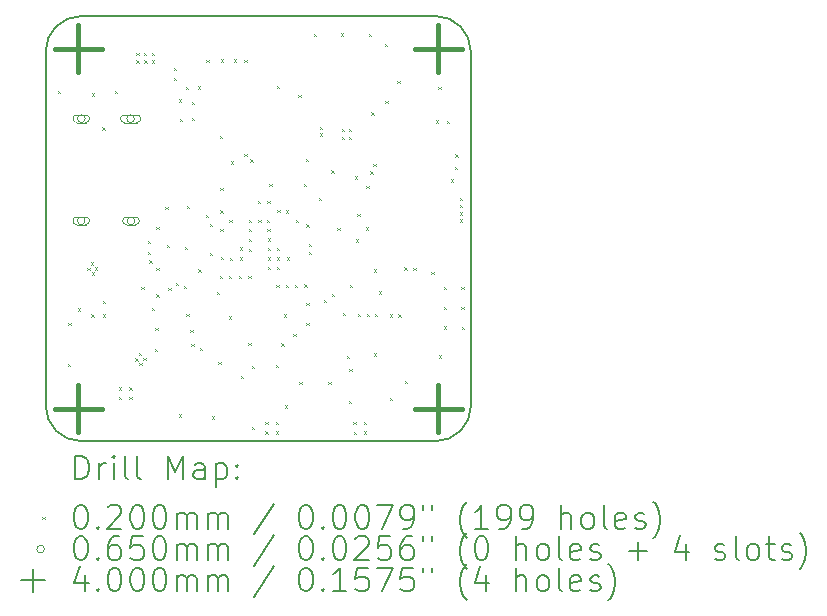
<source format=gbr>
%TF.GenerationSoftware,KiCad,Pcbnew,7.0.9*%
%TF.CreationDate,2023-11-16T22:51:06+08:00*%
%TF.ProjectId,NewSkyF7-Air,4e657753-6b79-4463-972d-4169722e6b69,rev?*%
%TF.SameCoordinates,Original*%
%TF.FileFunction,Drillmap*%
%TF.FilePolarity,Positive*%
%FSLAX45Y45*%
G04 Gerber Fmt 4.5, Leading zero omitted, Abs format (unit mm)*
G04 Created by KiCad (PCBNEW 7.0.9) date 2023-11-16 22:51:06*
%MOMM*%
%LPD*%
G01*
G04 APERTURE LIST*
%ADD10C,0.200000*%
%ADD11C,0.100000*%
%ADD12C,0.400000*%
G04 APERTURE END LIST*
D10*
X13679872Y-6610868D02*
G75*
G03*
X13379868Y-6310868I-300002J-2D01*
G01*
X13379868Y-9910868D02*
G75*
G03*
X13679868Y-9610868I2J299998D01*
G01*
X10379868Y-6310868D02*
X13379868Y-6310868D01*
X10379868Y-6310868D02*
G75*
G03*
X10079868Y-6610868I2J-300002D01*
G01*
X10379868Y-9910868D02*
X13379868Y-9910868D01*
X10079872Y-9610868D02*
G75*
G03*
X10379868Y-9910868I299998J-2D01*
G01*
X13679868Y-9610868D02*
X13679868Y-6610868D01*
X10079868Y-9610868D02*
X10079868Y-6610868D01*
D11*
X10184000Y-6943000D02*
X10204000Y-6963000D01*
X10204000Y-6943000D02*
X10184000Y-6963000D01*
X10269000Y-9255000D02*
X10289000Y-9275000D01*
X10289000Y-9255000D02*
X10269000Y-9275000D01*
X10270000Y-8910000D02*
X10290000Y-8930000D01*
X10290000Y-8910000D02*
X10270000Y-8930000D01*
X10350000Y-8785000D02*
X10370000Y-8805000D01*
X10370000Y-8785000D02*
X10350000Y-8805000D01*
X10432000Y-8441000D02*
X10452000Y-8461000D01*
X10452000Y-8441000D02*
X10432000Y-8461000D01*
X10464000Y-8396000D02*
X10484000Y-8416000D01*
X10484000Y-8396000D02*
X10464000Y-8416000D01*
X10467000Y-8835750D02*
X10487000Y-8855750D01*
X10487000Y-8835750D02*
X10467000Y-8855750D01*
X10468000Y-8482000D02*
X10488000Y-8502000D01*
X10488000Y-8482000D02*
X10468000Y-8502000D01*
X10470000Y-6964000D02*
X10490000Y-6984000D01*
X10490000Y-6964000D02*
X10470000Y-6984000D01*
X10497000Y-8440000D02*
X10517000Y-8460000D01*
X10517000Y-8440000D02*
X10497000Y-8460000D01*
X10559000Y-7252000D02*
X10579000Y-7272000D01*
X10579000Y-7252000D02*
X10559000Y-7272000D01*
X10562000Y-8722000D02*
X10582000Y-8742000D01*
X10582000Y-8722000D02*
X10562000Y-8742000D01*
X10562000Y-8835750D02*
X10582000Y-8855750D01*
X10582000Y-8835750D02*
X10562000Y-8855750D01*
X10667000Y-6944000D02*
X10687000Y-6964000D01*
X10687000Y-6944000D02*
X10667000Y-6964000D01*
X10697000Y-9535000D02*
X10717000Y-9555000D01*
X10717000Y-9535000D02*
X10697000Y-9555000D01*
X10699000Y-9454000D02*
X10719000Y-9474000D01*
X10719000Y-9454000D02*
X10699000Y-9474000D01*
X10787000Y-9456000D02*
X10807000Y-9476000D01*
X10807000Y-9456000D02*
X10787000Y-9476000D01*
X10787000Y-9534000D02*
X10807000Y-9554000D01*
X10807000Y-9534000D02*
X10787000Y-9554000D01*
X10838000Y-9208000D02*
X10858000Y-9228000D01*
X10858000Y-9208000D02*
X10838000Y-9228000D01*
X10846500Y-6625000D02*
X10866500Y-6645000D01*
X10866500Y-6625000D02*
X10846500Y-6645000D01*
X10848000Y-6685000D02*
X10868000Y-6705000D01*
X10868000Y-6685000D02*
X10848000Y-6705000D01*
X10871000Y-9165000D02*
X10891000Y-9185000D01*
X10891000Y-9165000D02*
X10871000Y-9185000D01*
X10874000Y-9249000D02*
X10894000Y-9269000D01*
X10894000Y-9249000D02*
X10874000Y-9269000D01*
X10890000Y-8606000D02*
X10910000Y-8626000D01*
X10910000Y-8606000D02*
X10890000Y-8626000D01*
X10907000Y-9205000D02*
X10927000Y-9225000D01*
X10927000Y-9205000D02*
X10907000Y-9225000D01*
X10913000Y-6625000D02*
X10933000Y-6645000D01*
X10933000Y-6625000D02*
X10913000Y-6645000D01*
X10914500Y-6685000D02*
X10934500Y-6705000D01*
X10934500Y-6685000D02*
X10914500Y-6705000D01*
X10945000Y-8310000D02*
X10965000Y-8330000D01*
X10965000Y-8310000D02*
X10945000Y-8330000D01*
X10946000Y-8212000D02*
X10966000Y-8232000D01*
X10966000Y-8212000D02*
X10946000Y-8232000D01*
X10956000Y-8379000D02*
X10976000Y-8399000D01*
X10976000Y-8379000D02*
X10956000Y-8399000D01*
X10979500Y-6625000D02*
X10999500Y-6645000D01*
X10999500Y-6625000D02*
X10979500Y-6645000D01*
X10981000Y-6685000D02*
X11001000Y-6705000D01*
X11001000Y-6685000D02*
X10981000Y-6705000D01*
X10981000Y-8780250D02*
X11001000Y-8800250D01*
X11001000Y-8780250D02*
X10981000Y-8800250D01*
X11002000Y-9130000D02*
X11022000Y-9150000D01*
X11022000Y-9130000D02*
X11002000Y-9150000D01*
X11007000Y-8949250D02*
X11027000Y-8969250D01*
X11027000Y-8949250D02*
X11007000Y-8969250D01*
X11016000Y-8667000D02*
X11036000Y-8687000D01*
X11036000Y-8667000D02*
X11016000Y-8687000D01*
X11017000Y-8093000D02*
X11037000Y-8113000D01*
X11037000Y-8093000D02*
X11017000Y-8113000D01*
X11017000Y-8441000D02*
X11037000Y-8461000D01*
X11037000Y-8441000D02*
X11017000Y-8461000D01*
X11092000Y-7927000D02*
X11112000Y-7947000D01*
X11112000Y-7927000D02*
X11092000Y-7947000D01*
X11104000Y-8247000D02*
X11124000Y-8267000D01*
X11124000Y-8247000D02*
X11104000Y-8267000D01*
X11119000Y-8614000D02*
X11139000Y-8634000D01*
X11139000Y-8614000D02*
X11119000Y-8634000D01*
X11163000Y-6750000D02*
X11183000Y-6770000D01*
X11183000Y-6750000D02*
X11163000Y-6770000D01*
X11163000Y-6836000D02*
X11183000Y-6856000D01*
X11183000Y-6836000D02*
X11163000Y-6856000D01*
X11184000Y-8569000D02*
X11204000Y-8589000D01*
X11204000Y-8569000D02*
X11184000Y-8589000D01*
X11205000Y-7016000D02*
X11225000Y-7036000D01*
X11225000Y-7016000D02*
X11205000Y-7036000D01*
X11209000Y-9683000D02*
X11229000Y-9703000D01*
X11229000Y-9683000D02*
X11209000Y-9703000D01*
X11213000Y-7181000D02*
X11233000Y-7201000D01*
X11233000Y-7181000D02*
X11213000Y-7201000D01*
X11248000Y-8596000D02*
X11268000Y-8616000D01*
X11268000Y-8596000D02*
X11248000Y-8616000D01*
X11256000Y-8264000D02*
X11276000Y-8284000D01*
X11276000Y-8264000D02*
X11256000Y-8284000D01*
X11265000Y-6911000D02*
X11285000Y-6931000D01*
X11285000Y-6911000D02*
X11265000Y-6931000D01*
X11271000Y-8833000D02*
X11291000Y-8853000D01*
X11291000Y-8833000D02*
X11271000Y-8853000D01*
X11276000Y-7916000D02*
X11296000Y-7936000D01*
X11296000Y-7916000D02*
X11276000Y-7936000D01*
X11303000Y-8969000D02*
X11323000Y-8989000D01*
X11323000Y-8969000D02*
X11303000Y-8989000D01*
X11313000Y-9088000D02*
X11333000Y-9108000D01*
X11333000Y-9088000D02*
X11313000Y-9108000D01*
X11315000Y-7173000D02*
X11335000Y-7193000D01*
X11335000Y-7173000D02*
X11315000Y-7193000D01*
X11316000Y-7037000D02*
X11336000Y-7057000D01*
X11336000Y-7037000D02*
X11316000Y-7057000D01*
X11368000Y-6905000D02*
X11388000Y-6925000D01*
X11388000Y-6905000D02*
X11368000Y-6925000D01*
X11372000Y-8455000D02*
X11392000Y-8475000D01*
X11392000Y-8455000D02*
X11372000Y-8475000D01*
X11385000Y-9118000D02*
X11405000Y-9138000D01*
X11405000Y-9118000D02*
X11385000Y-9138000D01*
X11437000Y-7994000D02*
X11457000Y-8014000D01*
X11457000Y-7994000D02*
X11437000Y-8014000D01*
X11441000Y-6682000D02*
X11461000Y-6702000D01*
X11461000Y-6682000D02*
X11441000Y-6702000D01*
X11467000Y-8072000D02*
X11487000Y-8092000D01*
X11487000Y-8072000D02*
X11467000Y-8092000D01*
X11468000Y-8318275D02*
X11488000Y-8338275D01*
X11488000Y-8318275D02*
X11468000Y-8338275D01*
X11486000Y-9701000D02*
X11506000Y-9721000D01*
X11506000Y-9701000D02*
X11486000Y-9721000D01*
X11529000Y-8647000D02*
X11549000Y-8667000D01*
X11549000Y-8647000D02*
X11529000Y-8667000D01*
X11542000Y-9240000D02*
X11562000Y-9260000D01*
X11562000Y-9240000D02*
X11542000Y-9260000D01*
X11553000Y-8509000D02*
X11573000Y-8529000D01*
X11573000Y-8509000D02*
X11553000Y-8529000D01*
X11556000Y-7327000D02*
X11576000Y-7347000D01*
X11576000Y-7327000D02*
X11556000Y-7347000D01*
X11558372Y-7766000D02*
X11578372Y-7786000D01*
X11578372Y-7766000D02*
X11558372Y-7786000D01*
X11559000Y-7955000D02*
X11579000Y-7975000D01*
X11579000Y-7955000D02*
X11559000Y-7975000D01*
X11559000Y-8115000D02*
X11579000Y-8135000D01*
X11579000Y-8115000D02*
X11559000Y-8135000D01*
X11560000Y-6678000D02*
X11580000Y-6698000D01*
X11580000Y-6678000D02*
X11560000Y-6698000D01*
X11562000Y-8352000D02*
X11582000Y-8372000D01*
X11582000Y-8352000D02*
X11562000Y-8372000D01*
X11630000Y-8853000D02*
X11650000Y-8873000D01*
X11650000Y-8853000D02*
X11630000Y-8873000D01*
X11633000Y-8510000D02*
X11653000Y-8530000D01*
X11653000Y-8510000D02*
X11633000Y-8530000D01*
X11636000Y-8036000D02*
X11656000Y-8056000D01*
X11656000Y-8036000D02*
X11636000Y-8056000D01*
X11640000Y-8356000D02*
X11660000Y-8376000D01*
X11660000Y-8356000D02*
X11640000Y-8376000D01*
X11649000Y-7541000D02*
X11669000Y-7561000D01*
X11669000Y-7541000D02*
X11649000Y-7561000D01*
X11674000Y-6678000D02*
X11694000Y-6698000D01*
X11694000Y-6678000D02*
X11674000Y-6698000D01*
X11714000Y-8511000D02*
X11734000Y-8531000D01*
X11734000Y-8511000D02*
X11714000Y-8531000D01*
X11722000Y-8354000D02*
X11742000Y-8374000D01*
X11742000Y-8354000D02*
X11722000Y-8374000D01*
X11723000Y-8268000D02*
X11743000Y-8288000D01*
X11743000Y-8268000D02*
X11723000Y-8288000D01*
X11733000Y-9359000D02*
X11753000Y-9379000D01*
X11753000Y-9359000D02*
X11733000Y-9379000D01*
X11761000Y-7476000D02*
X11781000Y-7496000D01*
X11781000Y-7476000D02*
X11761000Y-7496000D01*
X11763000Y-6684000D02*
X11783000Y-6704000D01*
X11783000Y-6684000D02*
X11763000Y-6704000D01*
X11796000Y-8511000D02*
X11816000Y-8531000D01*
X11816000Y-8511000D02*
X11796000Y-8531000D01*
X11796000Y-9076000D02*
X11816000Y-9096000D01*
X11816000Y-9076000D02*
X11796000Y-9096000D01*
X11800000Y-8195000D02*
X11820000Y-8215000D01*
X11820000Y-8195000D02*
X11800000Y-8215000D01*
X11800000Y-8281000D02*
X11820000Y-8301000D01*
X11820000Y-8281000D02*
X11800000Y-8301000D01*
X11801000Y-8115000D02*
X11821000Y-8135000D01*
X11821000Y-8115000D02*
X11801000Y-8135000D01*
X11802000Y-8036000D02*
X11822000Y-8056000D01*
X11822000Y-8036000D02*
X11802000Y-8056000D01*
X11812000Y-7525000D02*
X11832000Y-7545000D01*
X11832000Y-7525000D02*
X11812000Y-7545000D01*
X11823000Y-9274000D02*
X11843000Y-9294000D01*
X11843000Y-9274000D02*
X11823000Y-9294000D01*
X11827000Y-9789000D02*
X11847000Y-9809000D01*
X11847000Y-9789000D02*
X11827000Y-9809000D01*
X11874000Y-7874000D02*
X11894000Y-7894000D01*
X11894000Y-7874000D02*
X11874000Y-7894000D01*
X11880000Y-8034000D02*
X11900000Y-8054000D01*
X11900000Y-8034000D02*
X11880000Y-8054000D01*
X11939000Y-9748000D02*
X11959000Y-9768000D01*
X11959000Y-9748000D02*
X11939000Y-9768000D01*
X11939000Y-9828000D02*
X11959000Y-9848000D01*
X11959000Y-9828000D02*
X11939000Y-9848000D01*
X11953000Y-8038000D02*
X11973000Y-8058000D01*
X11973000Y-8038000D02*
X11953000Y-8058000D01*
X11956000Y-7875000D02*
X11976000Y-7895000D01*
X11976000Y-7875000D02*
X11956000Y-7895000D01*
X11957000Y-8115000D02*
X11977000Y-8135000D01*
X11977000Y-8115000D02*
X11957000Y-8135000D01*
X11958000Y-8355000D02*
X11978000Y-8375000D01*
X11978000Y-8355000D02*
X11958000Y-8375000D01*
X11959000Y-8194000D02*
X11979000Y-8214000D01*
X11979000Y-8194000D02*
X11959000Y-8214000D01*
X11959000Y-8436000D02*
X11979000Y-8456000D01*
X11979000Y-8436000D02*
X11959000Y-8456000D01*
X11960000Y-8273000D02*
X11980000Y-8293000D01*
X11980000Y-8273000D02*
X11960000Y-8293000D01*
X11972000Y-7729000D02*
X11992000Y-7749000D01*
X11992000Y-7729000D02*
X11972000Y-7749000D01*
X12028000Y-9749000D02*
X12048000Y-9769000D01*
X12048000Y-9749000D02*
X12028000Y-9769000D01*
X12028000Y-9827000D02*
X12048000Y-9847000D01*
X12048000Y-9827000D02*
X12028000Y-9847000D01*
X12029000Y-9266000D02*
X12049000Y-9286000D01*
X12049000Y-9266000D02*
X12029000Y-9286000D01*
X12033000Y-8585000D02*
X12053000Y-8605000D01*
X12053000Y-8585000D02*
X12033000Y-8605000D01*
X12036000Y-6904000D02*
X12056000Y-6924000D01*
X12056000Y-6904000D02*
X12036000Y-6924000D01*
X12036000Y-8355000D02*
X12056000Y-8375000D01*
X12056000Y-8355000D02*
X12036000Y-8375000D01*
X12037000Y-8275000D02*
X12057000Y-8295000D01*
X12057000Y-8275000D02*
X12037000Y-8295000D01*
X12038000Y-8435000D02*
X12058000Y-8455000D01*
X12058000Y-8435000D02*
X12038000Y-8455000D01*
X12041000Y-7953000D02*
X12061000Y-7973000D01*
X12061000Y-7953000D02*
X12041000Y-7973000D01*
X12074000Y-9082000D02*
X12094000Y-9102000D01*
X12094000Y-9082000D02*
X12074000Y-9102000D01*
X12096000Y-8838000D02*
X12116000Y-8858000D01*
X12116000Y-8838000D02*
X12096000Y-8858000D01*
X12105000Y-9608000D02*
X12125000Y-9628000D01*
X12125000Y-9608000D02*
X12105000Y-9628000D01*
X12112000Y-8587000D02*
X12132000Y-8607000D01*
X12132000Y-8587000D02*
X12112000Y-8607000D01*
X12114000Y-7956000D02*
X12134000Y-7976000D01*
X12134000Y-7956000D02*
X12114000Y-7976000D01*
X12120000Y-8353000D02*
X12140000Y-8373000D01*
X12140000Y-8353000D02*
X12120000Y-8373000D01*
X12176000Y-9000000D02*
X12196000Y-9020000D01*
X12196000Y-9000000D02*
X12176000Y-9020000D01*
X12190000Y-8587000D02*
X12210000Y-8607000D01*
X12210000Y-8587000D02*
X12190000Y-8607000D01*
X12197000Y-8036000D02*
X12217000Y-8056000D01*
X12217000Y-8036000D02*
X12197000Y-8056000D01*
X12218000Y-6976000D02*
X12238000Y-6996000D01*
X12238000Y-6976000D02*
X12218000Y-6996000D01*
X12226000Y-9410000D02*
X12246000Y-9430000D01*
X12246000Y-9410000D02*
X12226000Y-9430000D01*
X12264000Y-7730000D02*
X12284000Y-7750000D01*
X12284000Y-7730000D02*
X12264000Y-7750000D01*
X12270000Y-8584000D02*
X12290000Y-8604000D01*
X12290000Y-8584000D02*
X12270000Y-8604000D01*
X12281000Y-7520000D02*
X12301000Y-7540000D01*
X12301000Y-7520000D02*
X12281000Y-7540000D01*
X12286000Y-8739000D02*
X12306000Y-8759000D01*
X12306000Y-8739000D02*
X12286000Y-8759000D01*
X12286000Y-8907000D02*
X12306000Y-8927000D01*
X12306000Y-8907000D02*
X12286000Y-8927000D01*
X12288000Y-8074000D02*
X12308000Y-8094000D01*
X12308000Y-8074000D02*
X12288000Y-8094000D01*
X12307000Y-8305000D02*
X12327000Y-8325000D01*
X12327000Y-8305000D02*
X12307000Y-8325000D01*
X12309000Y-8240000D02*
X12329000Y-8260000D01*
X12329000Y-8240000D02*
X12309000Y-8260000D01*
X12349000Y-6460000D02*
X12369000Y-6480000D01*
X12369000Y-6460000D02*
X12349000Y-6480000D01*
X12390000Y-7848000D02*
X12410000Y-7868000D01*
X12410000Y-7848000D02*
X12390000Y-7868000D01*
X12403000Y-7250000D02*
X12423000Y-7270000D01*
X12423000Y-7250000D02*
X12403000Y-7270000D01*
X12403500Y-7305000D02*
X12423500Y-7325000D01*
X12423500Y-7305000D02*
X12403500Y-7325000D01*
X12435000Y-8712000D02*
X12455000Y-8732000D01*
X12455000Y-8712000D02*
X12435000Y-8732000D01*
X12474000Y-9409000D02*
X12494000Y-9429000D01*
X12494000Y-9409000D02*
X12474000Y-9429000D01*
X12497500Y-7616500D02*
X12517500Y-7636500D01*
X12517500Y-7616500D02*
X12497500Y-7636500D01*
X12501000Y-8663000D02*
X12521000Y-8683000D01*
X12521000Y-8663000D02*
X12501000Y-8683000D01*
X12548000Y-8106000D02*
X12568000Y-8126000D01*
X12568000Y-8106000D02*
X12548000Y-8126000D01*
X12578000Y-6458000D02*
X12598000Y-6478000D01*
X12598000Y-6458000D02*
X12578000Y-6478000D01*
X12585000Y-7332000D02*
X12605000Y-7352000D01*
X12605000Y-7332000D02*
X12585000Y-7352000D01*
X12586000Y-7267000D02*
X12606000Y-7287000D01*
X12606000Y-7267000D02*
X12586000Y-7287000D01*
X12597000Y-8823000D02*
X12617000Y-8843000D01*
X12617000Y-8823000D02*
X12597000Y-8843000D01*
X12631000Y-9187000D02*
X12651000Y-9207000D01*
X12651000Y-9187000D02*
X12631000Y-9207000D01*
X12646000Y-9568000D02*
X12666000Y-9588000D01*
X12666000Y-9568000D02*
X12646000Y-9588000D01*
X12648000Y-7268000D02*
X12668000Y-7288000D01*
X12668000Y-7268000D02*
X12648000Y-7288000D01*
X12649000Y-7332000D02*
X12669000Y-7352000D01*
X12669000Y-7332000D02*
X12649000Y-7352000D01*
X12652000Y-9296000D02*
X12672000Y-9316000D01*
X12672000Y-9296000D02*
X12652000Y-9316000D01*
X12656000Y-8589000D02*
X12676000Y-8609000D01*
X12676000Y-8589000D02*
X12656000Y-8609000D01*
X12685000Y-9747000D02*
X12705000Y-9767000D01*
X12705000Y-9747000D02*
X12685000Y-9767000D01*
X12686000Y-9829000D02*
X12706000Y-9849000D01*
X12706000Y-9829000D02*
X12686000Y-9849000D01*
X12697000Y-7668000D02*
X12717000Y-7688000D01*
X12717000Y-7668000D02*
X12697000Y-7688000D01*
X12704000Y-8201000D02*
X12724000Y-8221000D01*
X12724000Y-8201000D02*
X12704000Y-8221000D01*
X12718000Y-7984000D02*
X12738000Y-8004000D01*
X12738000Y-7984000D02*
X12718000Y-8004000D01*
X12725000Y-8832000D02*
X12745000Y-8852000D01*
X12745000Y-8832000D02*
X12725000Y-8852000D01*
X12772000Y-9749000D02*
X12792000Y-9769000D01*
X12792000Y-9749000D02*
X12772000Y-9769000D01*
X12773000Y-9827000D02*
X12793000Y-9847000D01*
X12793000Y-9827000D02*
X12773000Y-9847000D01*
X12789000Y-8100000D02*
X12809000Y-8120000D01*
X12809000Y-8100000D02*
X12789000Y-8120000D01*
X12793000Y-7748000D02*
X12813000Y-7768000D01*
X12813000Y-7748000D02*
X12793000Y-7768000D01*
X12797000Y-8832000D02*
X12817000Y-8852000D01*
X12817000Y-8832000D02*
X12797000Y-8852000D01*
X12813000Y-6460000D02*
X12833000Y-6480000D01*
X12833000Y-6460000D02*
X12813000Y-6480000D01*
X12827000Y-7626000D02*
X12847000Y-7646000D01*
X12847000Y-7626000D02*
X12827000Y-7646000D01*
X12838000Y-7127000D02*
X12858000Y-7147000D01*
X12858000Y-7127000D02*
X12838000Y-7147000D01*
X12855000Y-7561000D02*
X12875000Y-7581000D01*
X12875000Y-7561000D02*
X12855000Y-7581000D01*
X12856000Y-8454000D02*
X12876000Y-8474000D01*
X12876000Y-8454000D02*
X12856000Y-8474000D01*
X12860000Y-9166000D02*
X12880000Y-9186000D01*
X12880000Y-9166000D02*
X12860000Y-9186000D01*
X12869000Y-8833000D02*
X12889000Y-8853000D01*
X12889000Y-8833000D02*
X12869000Y-8853000D01*
X12900000Y-8641000D02*
X12920000Y-8661000D01*
X12920000Y-8641000D02*
X12900000Y-8661000D01*
X12950000Y-6546000D02*
X12970000Y-6566000D01*
X12970000Y-6546000D02*
X12950000Y-6566000D01*
X12955000Y-7028000D02*
X12975000Y-7048000D01*
X12975000Y-7028000D02*
X12955000Y-7048000D01*
X12991000Y-8836000D02*
X13011000Y-8856000D01*
X13011000Y-8836000D02*
X12991000Y-8856000D01*
X12995000Y-9546000D02*
X13015000Y-9566000D01*
X13015000Y-9546000D02*
X12995000Y-9566000D01*
X13057000Y-6860000D02*
X13077000Y-6880000D01*
X13077000Y-6860000D02*
X13057000Y-6880000D01*
X13066000Y-8836000D02*
X13086000Y-8856000D01*
X13086000Y-8836000D02*
X13066000Y-8856000D01*
X13117000Y-8440000D02*
X13137000Y-8460000D01*
X13137000Y-8440000D02*
X13117000Y-8460000D01*
X13123000Y-9402000D02*
X13143000Y-9422000D01*
X13143000Y-9402000D02*
X13123000Y-9422000D01*
X13191000Y-8441000D02*
X13211000Y-8461000D01*
X13211000Y-8441000D02*
X13191000Y-8461000D01*
X13345000Y-8476000D02*
X13365000Y-8496000D01*
X13365000Y-8476000D02*
X13345000Y-8496000D01*
X13385000Y-7194000D02*
X13405000Y-7214000D01*
X13405000Y-7194000D02*
X13385000Y-7214000D01*
X13403000Y-6913000D02*
X13423000Y-6933000D01*
X13423000Y-6913000D02*
X13403000Y-6933000D01*
X13411000Y-9183000D02*
X13431000Y-9203000D01*
X13431000Y-9183000D02*
X13411000Y-9203000D01*
X13450000Y-8772000D02*
X13470000Y-8792000D01*
X13470000Y-8772000D02*
X13450000Y-8792000D01*
X13450000Y-8939000D02*
X13470000Y-8959000D01*
X13470000Y-8939000D02*
X13450000Y-8959000D01*
X13452000Y-8606000D02*
X13472000Y-8626000D01*
X13472000Y-8606000D02*
X13452000Y-8626000D01*
X13476000Y-7199000D02*
X13496000Y-7219000D01*
X13496000Y-7199000D02*
X13476000Y-7219000D01*
X13511000Y-7693000D02*
X13531000Y-7713000D01*
X13531000Y-7693000D02*
X13511000Y-7713000D01*
X13546000Y-7590000D02*
X13566000Y-7610000D01*
X13566000Y-7590000D02*
X13546000Y-7610000D01*
X13549000Y-7482000D02*
X13569000Y-7502000D01*
X13569000Y-7482000D02*
X13549000Y-7502000D01*
X13585000Y-7848667D02*
X13605000Y-7868667D01*
X13605000Y-7848667D02*
X13585000Y-7868667D01*
X13585000Y-7910333D02*
X13605000Y-7930333D01*
X13605000Y-7910333D02*
X13585000Y-7930333D01*
X13585000Y-7972000D02*
X13605000Y-7992000D01*
X13605000Y-7972000D02*
X13585000Y-7992000D01*
X13585000Y-8033667D02*
X13605000Y-8053667D01*
X13605000Y-8033667D02*
X13585000Y-8053667D01*
X13600000Y-8606000D02*
X13620000Y-8626000D01*
X13620000Y-8606000D02*
X13600000Y-8626000D01*
X13600000Y-8772000D02*
X13620000Y-8792000D01*
X13620000Y-8772000D02*
X13600000Y-8792000D01*
X13601000Y-8941000D02*
X13621000Y-8961000D01*
X13621000Y-8941000D02*
X13601000Y-8961000D01*
X10413500Y-7180325D02*
G75*
G03*
X10413500Y-7180325I-32500J0D01*
G01*
X10418500Y-7147825D02*
X10343500Y-7147825D01*
X10343500Y-7147825D02*
G75*
G03*
X10343500Y-7212825I0J-32500D01*
G01*
X10343500Y-7212825D02*
X10418500Y-7212825D01*
X10418500Y-7212825D02*
G75*
G03*
X10418500Y-7147825I0J32500D01*
G01*
X10413500Y-8045325D02*
G75*
G03*
X10413500Y-8045325I-32500J0D01*
G01*
X10418500Y-8012825D02*
X10343500Y-8012825D01*
X10343500Y-8012825D02*
G75*
G03*
X10343500Y-8077825I0J-32500D01*
G01*
X10343500Y-8077825D02*
X10418500Y-8077825D01*
X10418500Y-8077825D02*
G75*
G03*
X10418500Y-8012825I0J32500D01*
G01*
X10831500Y-7180325D02*
G75*
G03*
X10831500Y-7180325I-32500J0D01*
G01*
X10852516Y-7147825D02*
X10745484Y-7147825D01*
X10745484Y-7147825D02*
G75*
G03*
X10745484Y-7212825I0J-32500D01*
G01*
X10745484Y-7212825D02*
X10852516Y-7212825D01*
X10852516Y-7212825D02*
G75*
G03*
X10852516Y-7147825I0J32500D01*
G01*
X10834500Y-8045825D02*
G75*
G03*
X10834500Y-8045825I-32500J0D01*
G01*
X10839500Y-8013325D02*
X10764500Y-8013325D01*
X10764500Y-8013325D02*
G75*
G03*
X10764500Y-8078325I0J-32500D01*
G01*
X10764500Y-8078325D02*
X10839500Y-8078325D01*
X10839500Y-8078325D02*
G75*
G03*
X10839500Y-8013325I0J32500D01*
G01*
D12*
X10355000Y-6386000D02*
X10355000Y-6786000D01*
X10155000Y-6586000D02*
X10555000Y-6586000D01*
X10355000Y-9436000D02*
X10355000Y-9836000D01*
X10155000Y-9636000D02*
X10555000Y-9636000D01*
X13405000Y-6386000D02*
X13405000Y-6786000D01*
X13205000Y-6586000D02*
X13605000Y-6586000D01*
X13405000Y-9436000D02*
X13405000Y-9836000D01*
X13205000Y-9636000D02*
X13605000Y-9636000D01*
D10*
X10330645Y-10232352D02*
X10330645Y-10032352D01*
X10330645Y-10032352D02*
X10378264Y-10032352D01*
X10378264Y-10032352D02*
X10406835Y-10041876D01*
X10406835Y-10041876D02*
X10425883Y-10060923D01*
X10425883Y-10060923D02*
X10435407Y-10079971D01*
X10435407Y-10079971D02*
X10444931Y-10118066D01*
X10444931Y-10118066D02*
X10444931Y-10146638D01*
X10444931Y-10146638D02*
X10435407Y-10184733D01*
X10435407Y-10184733D02*
X10425883Y-10203780D01*
X10425883Y-10203780D02*
X10406835Y-10222828D01*
X10406835Y-10222828D02*
X10378264Y-10232352D01*
X10378264Y-10232352D02*
X10330645Y-10232352D01*
X10530645Y-10232352D02*
X10530645Y-10099018D01*
X10530645Y-10137114D02*
X10540169Y-10118066D01*
X10540169Y-10118066D02*
X10549692Y-10108542D01*
X10549692Y-10108542D02*
X10568740Y-10099018D01*
X10568740Y-10099018D02*
X10587788Y-10099018D01*
X10654454Y-10232352D02*
X10654454Y-10099018D01*
X10654454Y-10032352D02*
X10644931Y-10041876D01*
X10644931Y-10041876D02*
X10654454Y-10051399D01*
X10654454Y-10051399D02*
X10663978Y-10041876D01*
X10663978Y-10041876D02*
X10654454Y-10032352D01*
X10654454Y-10032352D02*
X10654454Y-10051399D01*
X10778264Y-10232352D02*
X10759216Y-10222828D01*
X10759216Y-10222828D02*
X10749692Y-10203780D01*
X10749692Y-10203780D02*
X10749692Y-10032352D01*
X10883026Y-10232352D02*
X10863978Y-10222828D01*
X10863978Y-10222828D02*
X10854454Y-10203780D01*
X10854454Y-10203780D02*
X10854454Y-10032352D01*
X11111597Y-10232352D02*
X11111597Y-10032352D01*
X11111597Y-10032352D02*
X11178264Y-10175209D01*
X11178264Y-10175209D02*
X11244930Y-10032352D01*
X11244930Y-10032352D02*
X11244930Y-10232352D01*
X11425883Y-10232352D02*
X11425883Y-10127590D01*
X11425883Y-10127590D02*
X11416359Y-10108542D01*
X11416359Y-10108542D02*
X11397311Y-10099018D01*
X11397311Y-10099018D02*
X11359216Y-10099018D01*
X11359216Y-10099018D02*
X11340169Y-10108542D01*
X11425883Y-10222828D02*
X11406835Y-10232352D01*
X11406835Y-10232352D02*
X11359216Y-10232352D01*
X11359216Y-10232352D02*
X11340169Y-10222828D01*
X11340169Y-10222828D02*
X11330645Y-10203780D01*
X11330645Y-10203780D02*
X11330645Y-10184733D01*
X11330645Y-10184733D02*
X11340169Y-10165685D01*
X11340169Y-10165685D02*
X11359216Y-10156161D01*
X11359216Y-10156161D02*
X11406835Y-10156161D01*
X11406835Y-10156161D02*
X11425883Y-10146638D01*
X11521121Y-10099018D02*
X11521121Y-10299018D01*
X11521121Y-10108542D02*
X11540169Y-10099018D01*
X11540169Y-10099018D02*
X11578264Y-10099018D01*
X11578264Y-10099018D02*
X11597311Y-10108542D01*
X11597311Y-10108542D02*
X11606835Y-10118066D01*
X11606835Y-10118066D02*
X11616359Y-10137114D01*
X11616359Y-10137114D02*
X11616359Y-10194257D01*
X11616359Y-10194257D02*
X11606835Y-10213304D01*
X11606835Y-10213304D02*
X11597311Y-10222828D01*
X11597311Y-10222828D02*
X11578264Y-10232352D01*
X11578264Y-10232352D02*
X11540169Y-10232352D01*
X11540169Y-10232352D02*
X11521121Y-10222828D01*
X11702073Y-10213304D02*
X11711597Y-10222828D01*
X11711597Y-10222828D02*
X11702073Y-10232352D01*
X11702073Y-10232352D02*
X11692550Y-10222828D01*
X11692550Y-10222828D02*
X11702073Y-10213304D01*
X11702073Y-10213304D02*
X11702073Y-10232352D01*
X11702073Y-10108542D02*
X11711597Y-10118066D01*
X11711597Y-10118066D02*
X11702073Y-10127590D01*
X11702073Y-10127590D02*
X11692550Y-10118066D01*
X11692550Y-10118066D02*
X11702073Y-10108542D01*
X11702073Y-10108542D02*
X11702073Y-10127590D01*
D11*
X10049868Y-10550868D02*
X10069868Y-10570868D01*
X10069868Y-10550868D02*
X10049868Y-10570868D01*
D10*
X10368740Y-10452352D02*
X10387788Y-10452352D01*
X10387788Y-10452352D02*
X10406835Y-10461876D01*
X10406835Y-10461876D02*
X10416359Y-10471399D01*
X10416359Y-10471399D02*
X10425883Y-10490447D01*
X10425883Y-10490447D02*
X10435407Y-10528542D01*
X10435407Y-10528542D02*
X10435407Y-10576161D01*
X10435407Y-10576161D02*
X10425883Y-10614257D01*
X10425883Y-10614257D02*
X10416359Y-10633304D01*
X10416359Y-10633304D02*
X10406835Y-10642828D01*
X10406835Y-10642828D02*
X10387788Y-10652352D01*
X10387788Y-10652352D02*
X10368740Y-10652352D01*
X10368740Y-10652352D02*
X10349692Y-10642828D01*
X10349692Y-10642828D02*
X10340169Y-10633304D01*
X10340169Y-10633304D02*
X10330645Y-10614257D01*
X10330645Y-10614257D02*
X10321121Y-10576161D01*
X10321121Y-10576161D02*
X10321121Y-10528542D01*
X10321121Y-10528542D02*
X10330645Y-10490447D01*
X10330645Y-10490447D02*
X10340169Y-10471399D01*
X10340169Y-10471399D02*
X10349692Y-10461876D01*
X10349692Y-10461876D02*
X10368740Y-10452352D01*
X10521121Y-10633304D02*
X10530645Y-10642828D01*
X10530645Y-10642828D02*
X10521121Y-10652352D01*
X10521121Y-10652352D02*
X10511597Y-10642828D01*
X10511597Y-10642828D02*
X10521121Y-10633304D01*
X10521121Y-10633304D02*
X10521121Y-10652352D01*
X10606835Y-10471399D02*
X10616359Y-10461876D01*
X10616359Y-10461876D02*
X10635407Y-10452352D01*
X10635407Y-10452352D02*
X10683026Y-10452352D01*
X10683026Y-10452352D02*
X10702073Y-10461876D01*
X10702073Y-10461876D02*
X10711597Y-10471399D01*
X10711597Y-10471399D02*
X10721121Y-10490447D01*
X10721121Y-10490447D02*
X10721121Y-10509495D01*
X10721121Y-10509495D02*
X10711597Y-10538066D01*
X10711597Y-10538066D02*
X10597312Y-10652352D01*
X10597312Y-10652352D02*
X10721121Y-10652352D01*
X10844931Y-10452352D02*
X10863978Y-10452352D01*
X10863978Y-10452352D02*
X10883026Y-10461876D01*
X10883026Y-10461876D02*
X10892550Y-10471399D01*
X10892550Y-10471399D02*
X10902073Y-10490447D01*
X10902073Y-10490447D02*
X10911597Y-10528542D01*
X10911597Y-10528542D02*
X10911597Y-10576161D01*
X10911597Y-10576161D02*
X10902073Y-10614257D01*
X10902073Y-10614257D02*
X10892550Y-10633304D01*
X10892550Y-10633304D02*
X10883026Y-10642828D01*
X10883026Y-10642828D02*
X10863978Y-10652352D01*
X10863978Y-10652352D02*
X10844931Y-10652352D01*
X10844931Y-10652352D02*
X10825883Y-10642828D01*
X10825883Y-10642828D02*
X10816359Y-10633304D01*
X10816359Y-10633304D02*
X10806835Y-10614257D01*
X10806835Y-10614257D02*
X10797312Y-10576161D01*
X10797312Y-10576161D02*
X10797312Y-10528542D01*
X10797312Y-10528542D02*
X10806835Y-10490447D01*
X10806835Y-10490447D02*
X10816359Y-10471399D01*
X10816359Y-10471399D02*
X10825883Y-10461876D01*
X10825883Y-10461876D02*
X10844931Y-10452352D01*
X11035407Y-10452352D02*
X11054454Y-10452352D01*
X11054454Y-10452352D02*
X11073502Y-10461876D01*
X11073502Y-10461876D02*
X11083026Y-10471399D01*
X11083026Y-10471399D02*
X11092550Y-10490447D01*
X11092550Y-10490447D02*
X11102073Y-10528542D01*
X11102073Y-10528542D02*
X11102073Y-10576161D01*
X11102073Y-10576161D02*
X11092550Y-10614257D01*
X11092550Y-10614257D02*
X11083026Y-10633304D01*
X11083026Y-10633304D02*
X11073502Y-10642828D01*
X11073502Y-10642828D02*
X11054454Y-10652352D01*
X11054454Y-10652352D02*
X11035407Y-10652352D01*
X11035407Y-10652352D02*
X11016359Y-10642828D01*
X11016359Y-10642828D02*
X11006835Y-10633304D01*
X11006835Y-10633304D02*
X10997312Y-10614257D01*
X10997312Y-10614257D02*
X10987788Y-10576161D01*
X10987788Y-10576161D02*
X10987788Y-10528542D01*
X10987788Y-10528542D02*
X10997312Y-10490447D01*
X10997312Y-10490447D02*
X11006835Y-10471399D01*
X11006835Y-10471399D02*
X11016359Y-10461876D01*
X11016359Y-10461876D02*
X11035407Y-10452352D01*
X11187788Y-10652352D02*
X11187788Y-10519018D01*
X11187788Y-10538066D02*
X11197311Y-10528542D01*
X11197311Y-10528542D02*
X11216359Y-10519018D01*
X11216359Y-10519018D02*
X11244931Y-10519018D01*
X11244931Y-10519018D02*
X11263978Y-10528542D01*
X11263978Y-10528542D02*
X11273502Y-10547590D01*
X11273502Y-10547590D02*
X11273502Y-10652352D01*
X11273502Y-10547590D02*
X11283026Y-10528542D01*
X11283026Y-10528542D02*
X11302073Y-10519018D01*
X11302073Y-10519018D02*
X11330645Y-10519018D01*
X11330645Y-10519018D02*
X11349692Y-10528542D01*
X11349692Y-10528542D02*
X11359216Y-10547590D01*
X11359216Y-10547590D02*
X11359216Y-10652352D01*
X11454454Y-10652352D02*
X11454454Y-10519018D01*
X11454454Y-10538066D02*
X11463978Y-10528542D01*
X11463978Y-10528542D02*
X11483026Y-10519018D01*
X11483026Y-10519018D02*
X11511597Y-10519018D01*
X11511597Y-10519018D02*
X11530645Y-10528542D01*
X11530645Y-10528542D02*
X11540169Y-10547590D01*
X11540169Y-10547590D02*
X11540169Y-10652352D01*
X11540169Y-10547590D02*
X11549692Y-10528542D01*
X11549692Y-10528542D02*
X11568740Y-10519018D01*
X11568740Y-10519018D02*
X11597311Y-10519018D01*
X11597311Y-10519018D02*
X11616359Y-10528542D01*
X11616359Y-10528542D02*
X11625883Y-10547590D01*
X11625883Y-10547590D02*
X11625883Y-10652352D01*
X12016359Y-10442828D02*
X11844931Y-10699971D01*
X12273502Y-10452352D02*
X12292550Y-10452352D01*
X12292550Y-10452352D02*
X12311597Y-10461876D01*
X12311597Y-10461876D02*
X12321121Y-10471399D01*
X12321121Y-10471399D02*
X12330645Y-10490447D01*
X12330645Y-10490447D02*
X12340169Y-10528542D01*
X12340169Y-10528542D02*
X12340169Y-10576161D01*
X12340169Y-10576161D02*
X12330645Y-10614257D01*
X12330645Y-10614257D02*
X12321121Y-10633304D01*
X12321121Y-10633304D02*
X12311597Y-10642828D01*
X12311597Y-10642828D02*
X12292550Y-10652352D01*
X12292550Y-10652352D02*
X12273502Y-10652352D01*
X12273502Y-10652352D02*
X12254454Y-10642828D01*
X12254454Y-10642828D02*
X12244931Y-10633304D01*
X12244931Y-10633304D02*
X12235407Y-10614257D01*
X12235407Y-10614257D02*
X12225883Y-10576161D01*
X12225883Y-10576161D02*
X12225883Y-10528542D01*
X12225883Y-10528542D02*
X12235407Y-10490447D01*
X12235407Y-10490447D02*
X12244931Y-10471399D01*
X12244931Y-10471399D02*
X12254454Y-10461876D01*
X12254454Y-10461876D02*
X12273502Y-10452352D01*
X12425883Y-10633304D02*
X12435407Y-10642828D01*
X12435407Y-10642828D02*
X12425883Y-10652352D01*
X12425883Y-10652352D02*
X12416359Y-10642828D01*
X12416359Y-10642828D02*
X12425883Y-10633304D01*
X12425883Y-10633304D02*
X12425883Y-10652352D01*
X12559216Y-10452352D02*
X12578264Y-10452352D01*
X12578264Y-10452352D02*
X12597312Y-10461876D01*
X12597312Y-10461876D02*
X12606835Y-10471399D01*
X12606835Y-10471399D02*
X12616359Y-10490447D01*
X12616359Y-10490447D02*
X12625883Y-10528542D01*
X12625883Y-10528542D02*
X12625883Y-10576161D01*
X12625883Y-10576161D02*
X12616359Y-10614257D01*
X12616359Y-10614257D02*
X12606835Y-10633304D01*
X12606835Y-10633304D02*
X12597312Y-10642828D01*
X12597312Y-10642828D02*
X12578264Y-10652352D01*
X12578264Y-10652352D02*
X12559216Y-10652352D01*
X12559216Y-10652352D02*
X12540169Y-10642828D01*
X12540169Y-10642828D02*
X12530645Y-10633304D01*
X12530645Y-10633304D02*
X12521121Y-10614257D01*
X12521121Y-10614257D02*
X12511597Y-10576161D01*
X12511597Y-10576161D02*
X12511597Y-10528542D01*
X12511597Y-10528542D02*
X12521121Y-10490447D01*
X12521121Y-10490447D02*
X12530645Y-10471399D01*
X12530645Y-10471399D02*
X12540169Y-10461876D01*
X12540169Y-10461876D02*
X12559216Y-10452352D01*
X12749693Y-10452352D02*
X12768740Y-10452352D01*
X12768740Y-10452352D02*
X12787788Y-10461876D01*
X12787788Y-10461876D02*
X12797312Y-10471399D01*
X12797312Y-10471399D02*
X12806835Y-10490447D01*
X12806835Y-10490447D02*
X12816359Y-10528542D01*
X12816359Y-10528542D02*
X12816359Y-10576161D01*
X12816359Y-10576161D02*
X12806835Y-10614257D01*
X12806835Y-10614257D02*
X12797312Y-10633304D01*
X12797312Y-10633304D02*
X12787788Y-10642828D01*
X12787788Y-10642828D02*
X12768740Y-10652352D01*
X12768740Y-10652352D02*
X12749693Y-10652352D01*
X12749693Y-10652352D02*
X12730645Y-10642828D01*
X12730645Y-10642828D02*
X12721121Y-10633304D01*
X12721121Y-10633304D02*
X12711597Y-10614257D01*
X12711597Y-10614257D02*
X12702074Y-10576161D01*
X12702074Y-10576161D02*
X12702074Y-10528542D01*
X12702074Y-10528542D02*
X12711597Y-10490447D01*
X12711597Y-10490447D02*
X12721121Y-10471399D01*
X12721121Y-10471399D02*
X12730645Y-10461876D01*
X12730645Y-10461876D02*
X12749693Y-10452352D01*
X12883026Y-10452352D02*
X13016359Y-10452352D01*
X13016359Y-10452352D02*
X12930645Y-10652352D01*
X13102074Y-10652352D02*
X13140169Y-10652352D01*
X13140169Y-10652352D02*
X13159216Y-10642828D01*
X13159216Y-10642828D02*
X13168740Y-10633304D01*
X13168740Y-10633304D02*
X13187788Y-10604733D01*
X13187788Y-10604733D02*
X13197312Y-10566638D01*
X13197312Y-10566638D02*
X13197312Y-10490447D01*
X13197312Y-10490447D02*
X13187788Y-10471399D01*
X13187788Y-10471399D02*
X13178264Y-10461876D01*
X13178264Y-10461876D02*
X13159216Y-10452352D01*
X13159216Y-10452352D02*
X13121121Y-10452352D01*
X13121121Y-10452352D02*
X13102074Y-10461876D01*
X13102074Y-10461876D02*
X13092550Y-10471399D01*
X13092550Y-10471399D02*
X13083026Y-10490447D01*
X13083026Y-10490447D02*
X13083026Y-10538066D01*
X13083026Y-10538066D02*
X13092550Y-10557114D01*
X13092550Y-10557114D02*
X13102074Y-10566638D01*
X13102074Y-10566638D02*
X13121121Y-10576161D01*
X13121121Y-10576161D02*
X13159216Y-10576161D01*
X13159216Y-10576161D02*
X13178264Y-10566638D01*
X13178264Y-10566638D02*
X13187788Y-10557114D01*
X13187788Y-10557114D02*
X13197312Y-10538066D01*
X13273502Y-10452352D02*
X13273502Y-10490447D01*
X13349693Y-10452352D02*
X13349693Y-10490447D01*
X13644931Y-10728542D02*
X13635407Y-10719018D01*
X13635407Y-10719018D02*
X13616359Y-10690447D01*
X13616359Y-10690447D02*
X13606836Y-10671399D01*
X13606836Y-10671399D02*
X13597312Y-10642828D01*
X13597312Y-10642828D02*
X13587788Y-10595209D01*
X13587788Y-10595209D02*
X13587788Y-10557114D01*
X13587788Y-10557114D02*
X13597312Y-10509495D01*
X13597312Y-10509495D02*
X13606836Y-10480923D01*
X13606836Y-10480923D02*
X13616359Y-10461876D01*
X13616359Y-10461876D02*
X13635407Y-10433304D01*
X13635407Y-10433304D02*
X13644931Y-10423780D01*
X13825883Y-10652352D02*
X13711597Y-10652352D01*
X13768740Y-10652352D02*
X13768740Y-10452352D01*
X13768740Y-10452352D02*
X13749693Y-10480923D01*
X13749693Y-10480923D02*
X13730645Y-10499971D01*
X13730645Y-10499971D02*
X13711597Y-10509495D01*
X13921121Y-10652352D02*
X13959216Y-10652352D01*
X13959216Y-10652352D02*
X13978264Y-10642828D01*
X13978264Y-10642828D02*
X13987788Y-10633304D01*
X13987788Y-10633304D02*
X14006836Y-10604733D01*
X14006836Y-10604733D02*
X14016359Y-10566638D01*
X14016359Y-10566638D02*
X14016359Y-10490447D01*
X14016359Y-10490447D02*
X14006836Y-10471399D01*
X14006836Y-10471399D02*
X13997312Y-10461876D01*
X13997312Y-10461876D02*
X13978264Y-10452352D01*
X13978264Y-10452352D02*
X13940169Y-10452352D01*
X13940169Y-10452352D02*
X13921121Y-10461876D01*
X13921121Y-10461876D02*
X13911597Y-10471399D01*
X13911597Y-10471399D02*
X13902074Y-10490447D01*
X13902074Y-10490447D02*
X13902074Y-10538066D01*
X13902074Y-10538066D02*
X13911597Y-10557114D01*
X13911597Y-10557114D02*
X13921121Y-10566638D01*
X13921121Y-10566638D02*
X13940169Y-10576161D01*
X13940169Y-10576161D02*
X13978264Y-10576161D01*
X13978264Y-10576161D02*
X13997312Y-10566638D01*
X13997312Y-10566638D02*
X14006836Y-10557114D01*
X14006836Y-10557114D02*
X14016359Y-10538066D01*
X14111597Y-10652352D02*
X14149693Y-10652352D01*
X14149693Y-10652352D02*
X14168740Y-10642828D01*
X14168740Y-10642828D02*
X14178264Y-10633304D01*
X14178264Y-10633304D02*
X14197312Y-10604733D01*
X14197312Y-10604733D02*
X14206836Y-10566638D01*
X14206836Y-10566638D02*
X14206836Y-10490447D01*
X14206836Y-10490447D02*
X14197312Y-10471399D01*
X14197312Y-10471399D02*
X14187788Y-10461876D01*
X14187788Y-10461876D02*
X14168740Y-10452352D01*
X14168740Y-10452352D02*
X14130645Y-10452352D01*
X14130645Y-10452352D02*
X14111597Y-10461876D01*
X14111597Y-10461876D02*
X14102074Y-10471399D01*
X14102074Y-10471399D02*
X14092550Y-10490447D01*
X14092550Y-10490447D02*
X14092550Y-10538066D01*
X14092550Y-10538066D02*
X14102074Y-10557114D01*
X14102074Y-10557114D02*
X14111597Y-10566638D01*
X14111597Y-10566638D02*
X14130645Y-10576161D01*
X14130645Y-10576161D02*
X14168740Y-10576161D01*
X14168740Y-10576161D02*
X14187788Y-10566638D01*
X14187788Y-10566638D02*
X14197312Y-10557114D01*
X14197312Y-10557114D02*
X14206836Y-10538066D01*
X14444931Y-10652352D02*
X14444931Y-10452352D01*
X14530645Y-10652352D02*
X14530645Y-10547590D01*
X14530645Y-10547590D02*
X14521121Y-10528542D01*
X14521121Y-10528542D02*
X14502074Y-10519018D01*
X14502074Y-10519018D02*
X14473502Y-10519018D01*
X14473502Y-10519018D02*
X14454455Y-10528542D01*
X14454455Y-10528542D02*
X14444931Y-10538066D01*
X14654455Y-10652352D02*
X14635407Y-10642828D01*
X14635407Y-10642828D02*
X14625883Y-10633304D01*
X14625883Y-10633304D02*
X14616359Y-10614257D01*
X14616359Y-10614257D02*
X14616359Y-10557114D01*
X14616359Y-10557114D02*
X14625883Y-10538066D01*
X14625883Y-10538066D02*
X14635407Y-10528542D01*
X14635407Y-10528542D02*
X14654455Y-10519018D01*
X14654455Y-10519018D02*
X14683026Y-10519018D01*
X14683026Y-10519018D02*
X14702074Y-10528542D01*
X14702074Y-10528542D02*
X14711598Y-10538066D01*
X14711598Y-10538066D02*
X14721121Y-10557114D01*
X14721121Y-10557114D02*
X14721121Y-10614257D01*
X14721121Y-10614257D02*
X14711598Y-10633304D01*
X14711598Y-10633304D02*
X14702074Y-10642828D01*
X14702074Y-10642828D02*
X14683026Y-10652352D01*
X14683026Y-10652352D02*
X14654455Y-10652352D01*
X14835407Y-10652352D02*
X14816359Y-10642828D01*
X14816359Y-10642828D02*
X14806836Y-10623780D01*
X14806836Y-10623780D02*
X14806836Y-10452352D01*
X14987788Y-10642828D02*
X14968740Y-10652352D01*
X14968740Y-10652352D02*
X14930645Y-10652352D01*
X14930645Y-10652352D02*
X14911598Y-10642828D01*
X14911598Y-10642828D02*
X14902074Y-10623780D01*
X14902074Y-10623780D02*
X14902074Y-10547590D01*
X14902074Y-10547590D02*
X14911598Y-10528542D01*
X14911598Y-10528542D02*
X14930645Y-10519018D01*
X14930645Y-10519018D02*
X14968740Y-10519018D01*
X14968740Y-10519018D02*
X14987788Y-10528542D01*
X14987788Y-10528542D02*
X14997312Y-10547590D01*
X14997312Y-10547590D02*
X14997312Y-10566638D01*
X14997312Y-10566638D02*
X14902074Y-10585685D01*
X15073502Y-10642828D02*
X15092550Y-10652352D01*
X15092550Y-10652352D02*
X15130645Y-10652352D01*
X15130645Y-10652352D02*
X15149693Y-10642828D01*
X15149693Y-10642828D02*
X15159217Y-10623780D01*
X15159217Y-10623780D02*
X15159217Y-10614257D01*
X15159217Y-10614257D02*
X15149693Y-10595209D01*
X15149693Y-10595209D02*
X15130645Y-10585685D01*
X15130645Y-10585685D02*
X15102074Y-10585685D01*
X15102074Y-10585685D02*
X15083026Y-10576161D01*
X15083026Y-10576161D02*
X15073502Y-10557114D01*
X15073502Y-10557114D02*
X15073502Y-10547590D01*
X15073502Y-10547590D02*
X15083026Y-10528542D01*
X15083026Y-10528542D02*
X15102074Y-10519018D01*
X15102074Y-10519018D02*
X15130645Y-10519018D01*
X15130645Y-10519018D02*
X15149693Y-10528542D01*
X15225883Y-10728542D02*
X15235407Y-10719018D01*
X15235407Y-10719018D02*
X15254455Y-10690447D01*
X15254455Y-10690447D02*
X15263979Y-10671399D01*
X15263979Y-10671399D02*
X15273502Y-10642828D01*
X15273502Y-10642828D02*
X15283026Y-10595209D01*
X15283026Y-10595209D02*
X15283026Y-10557114D01*
X15283026Y-10557114D02*
X15273502Y-10509495D01*
X15273502Y-10509495D02*
X15263979Y-10480923D01*
X15263979Y-10480923D02*
X15254455Y-10461876D01*
X15254455Y-10461876D02*
X15235407Y-10433304D01*
X15235407Y-10433304D02*
X15225883Y-10423780D01*
D11*
X10069868Y-10824868D02*
G75*
G03*
X10069868Y-10824868I-32500J0D01*
G01*
D10*
X10368740Y-10716352D02*
X10387788Y-10716352D01*
X10387788Y-10716352D02*
X10406835Y-10725876D01*
X10406835Y-10725876D02*
X10416359Y-10735399D01*
X10416359Y-10735399D02*
X10425883Y-10754447D01*
X10425883Y-10754447D02*
X10435407Y-10792542D01*
X10435407Y-10792542D02*
X10435407Y-10840161D01*
X10435407Y-10840161D02*
X10425883Y-10878257D01*
X10425883Y-10878257D02*
X10416359Y-10897304D01*
X10416359Y-10897304D02*
X10406835Y-10906828D01*
X10406835Y-10906828D02*
X10387788Y-10916352D01*
X10387788Y-10916352D02*
X10368740Y-10916352D01*
X10368740Y-10916352D02*
X10349692Y-10906828D01*
X10349692Y-10906828D02*
X10340169Y-10897304D01*
X10340169Y-10897304D02*
X10330645Y-10878257D01*
X10330645Y-10878257D02*
X10321121Y-10840161D01*
X10321121Y-10840161D02*
X10321121Y-10792542D01*
X10321121Y-10792542D02*
X10330645Y-10754447D01*
X10330645Y-10754447D02*
X10340169Y-10735399D01*
X10340169Y-10735399D02*
X10349692Y-10725876D01*
X10349692Y-10725876D02*
X10368740Y-10716352D01*
X10521121Y-10897304D02*
X10530645Y-10906828D01*
X10530645Y-10906828D02*
X10521121Y-10916352D01*
X10521121Y-10916352D02*
X10511597Y-10906828D01*
X10511597Y-10906828D02*
X10521121Y-10897304D01*
X10521121Y-10897304D02*
X10521121Y-10916352D01*
X10702073Y-10716352D02*
X10663978Y-10716352D01*
X10663978Y-10716352D02*
X10644931Y-10725876D01*
X10644931Y-10725876D02*
X10635407Y-10735399D01*
X10635407Y-10735399D02*
X10616359Y-10763971D01*
X10616359Y-10763971D02*
X10606835Y-10802066D01*
X10606835Y-10802066D02*
X10606835Y-10878257D01*
X10606835Y-10878257D02*
X10616359Y-10897304D01*
X10616359Y-10897304D02*
X10625883Y-10906828D01*
X10625883Y-10906828D02*
X10644931Y-10916352D01*
X10644931Y-10916352D02*
X10683026Y-10916352D01*
X10683026Y-10916352D02*
X10702073Y-10906828D01*
X10702073Y-10906828D02*
X10711597Y-10897304D01*
X10711597Y-10897304D02*
X10721121Y-10878257D01*
X10721121Y-10878257D02*
X10721121Y-10830638D01*
X10721121Y-10830638D02*
X10711597Y-10811590D01*
X10711597Y-10811590D02*
X10702073Y-10802066D01*
X10702073Y-10802066D02*
X10683026Y-10792542D01*
X10683026Y-10792542D02*
X10644931Y-10792542D01*
X10644931Y-10792542D02*
X10625883Y-10802066D01*
X10625883Y-10802066D02*
X10616359Y-10811590D01*
X10616359Y-10811590D02*
X10606835Y-10830638D01*
X10902073Y-10716352D02*
X10806835Y-10716352D01*
X10806835Y-10716352D02*
X10797312Y-10811590D01*
X10797312Y-10811590D02*
X10806835Y-10802066D01*
X10806835Y-10802066D02*
X10825883Y-10792542D01*
X10825883Y-10792542D02*
X10873502Y-10792542D01*
X10873502Y-10792542D02*
X10892550Y-10802066D01*
X10892550Y-10802066D02*
X10902073Y-10811590D01*
X10902073Y-10811590D02*
X10911597Y-10830638D01*
X10911597Y-10830638D02*
X10911597Y-10878257D01*
X10911597Y-10878257D02*
X10902073Y-10897304D01*
X10902073Y-10897304D02*
X10892550Y-10906828D01*
X10892550Y-10906828D02*
X10873502Y-10916352D01*
X10873502Y-10916352D02*
X10825883Y-10916352D01*
X10825883Y-10916352D02*
X10806835Y-10906828D01*
X10806835Y-10906828D02*
X10797312Y-10897304D01*
X11035407Y-10716352D02*
X11054454Y-10716352D01*
X11054454Y-10716352D02*
X11073502Y-10725876D01*
X11073502Y-10725876D02*
X11083026Y-10735399D01*
X11083026Y-10735399D02*
X11092550Y-10754447D01*
X11092550Y-10754447D02*
X11102073Y-10792542D01*
X11102073Y-10792542D02*
X11102073Y-10840161D01*
X11102073Y-10840161D02*
X11092550Y-10878257D01*
X11092550Y-10878257D02*
X11083026Y-10897304D01*
X11083026Y-10897304D02*
X11073502Y-10906828D01*
X11073502Y-10906828D02*
X11054454Y-10916352D01*
X11054454Y-10916352D02*
X11035407Y-10916352D01*
X11035407Y-10916352D02*
X11016359Y-10906828D01*
X11016359Y-10906828D02*
X11006835Y-10897304D01*
X11006835Y-10897304D02*
X10997312Y-10878257D01*
X10997312Y-10878257D02*
X10987788Y-10840161D01*
X10987788Y-10840161D02*
X10987788Y-10792542D01*
X10987788Y-10792542D02*
X10997312Y-10754447D01*
X10997312Y-10754447D02*
X11006835Y-10735399D01*
X11006835Y-10735399D02*
X11016359Y-10725876D01*
X11016359Y-10725876D02*
X11035407Y-10716352D01*
X11187788Y-10916352D02*
X11187788Y-10783018D01*
X11187788Y-10802066D02*
X11197311Y-10792542D01*
X11197311Y-10792542D02*
X11216359Y-10783018D01*
X11216359Y-10783018D02*
X11244931Y-10783018D01*
X11244931Y-10783018D02*
X11263978Y-10792542D01*
X11263978Y-10792542D02*
X11273502Y-10811590D01*
X11273502Y-10811590D02*
X11273502Y-10916352D01*
X11273502Y-10811590D02*
X11283026Y-10792542D01*
X11283026Y-10792542D02*
X11302073Y-10783018D01*
X11302073Y-10783018D02*
X11330645Y-10783018D01*
X11330645Y-10783018D02*
X11349692Y-10792542D01*
X11349692Y-10792542D02*
X11359216Y-10811590D01*
X11359216Y-10811590D02*
X11359216Y-10916352D01*
X11454454Y-10916352D02*
X11454454Y-10783018D01*
X11454454Y-10802066D02*
X11463978Y-10792542D01*
X11463978Y-10792542D02*
X11483026Y-10783018D01*
X11483026Y-10783018D02*
X11511597Y-10783018D01*
X11511597Y-10783018D02*
X11530645Y-10792542D01*
X11530645Y-10792542D02*
X11540169Y-10811590D01*
X11540169Y-10811590D02*
X11540169Y-10916352D01*
X11540169Y-10811590D02*
X11549692Y-10792542D01*
X11549692Y-10792542D02*
X11568740Y-10783018D01*
X11568740Y-10783018D02*
X11597311Y-10783018D01*
X11597311Y-10783018D02*
X11616359Y-10792542D01*
X11616359Y-10792542D02*
X11625883Y-10811590D01*
X11625883Y-10811590D02*
X11625883Y-10916352D01*
X12016359Y-10706828D02*
X11844931Y-10963971D01*
X12273502Y-10716352D02*
X12292550Y-10716352D01*
X12292550Y-10716352D02*
X12311597Y-10725876D01*
X12311597Y-10725876D02*
X12321121Y-10735399D01*
X12321121Y-10735399D02*
X12330645Y-10754447D01*
X12330645Y-10754447D02*
X12340169Y-10792542D01*
X12340169Y-10792542D02*
X12340169Y-10840161D01*
X12340169Y-10840161D02*
X12330645Y-10878257D01*
X12330645Y-10878257D02*
X12321121Y-10897304D01*
X12321121Y-10897304D02*
X12311597Y-10906828D01*
X12311597Y-10906828D02*
X12292550Y-10916352D01*
X12292550Y-10916352D02*
X12273502Y-10916352D01*
X12273502Y-10916352D02*
X12254454Y-10906828D01*
X12254454Y-10906828D02*
X12244931Y-10897304D01*
X12244931Y-10897304D02*
X12235407Y-10878257D01*
X12235407Y-10878257D02*
X12225883Y-10840161D01*
X12225883Y-10840161D02*
X12225883Y-10792542D01*
X12225883Y-10792542D02*
X12235407Y-10754447D01*
X12235407Y-10754447D02*
X12244931Y-10735399D01*
X12244931Y-10735399D02*
X12254454Y-10725876D01*
X12254454Y-10725876D02*
X12273502Y-10716352D01*
X12425883Y-10897304D02*
X12435407Y-10906828D01*
X12435407Y-10906828D02*
X12425883Y-10916352D01*
X12425883Y-10916352D02*
X12416359Y-10906828D01*
X12416359Y-10906828D02*
X12425883Y-10897304D01*
X12425883Y-10897304D02*
X12425883Y-10916352D01*
X12559216Y-10716352D02*
X12578264Y-10716352D01*
X12578264Y-10716352D02*
X12597312Y-10725876D01*
X12597312Y-10725876D02*
X12606835Y-10735399D01*
X12606835Y-10735399D02*
X12616359Y-10754447D01*
X12616359Y-10754447D02*
X12625883Y-10792542D01*
X12625883Y-10792542D02*
X12625883Y-10840161D01*
X12625883Y-10840161D02*
X12616359Y-10878257D01*
X12616359Y-10878257D02*
X12606835Y-10897304D01*
X12606835Y-10897304D02*
X12597312Y-10906828D01*
X12597312Y-10906828D02*
X12578264Y-10916352D01*
X12578264Y-10916352D02*
X12559216Y-10916352D01*
X12559216Y-10916352D02*
X12540169Y-10906828D01*
X12540169Y-10906828D02*
X12530645Y-10897304D01*
X12530645Y-10897304D02*
X12521121Y-10878257D01*
X12521121Y-10878257D02*
X12511597Y-10840161D01*
X12511597Y-10840161D02*
X12511597Y-10792542D01*
X12511597Y-10792542D02*
X12521121Y-10754447D01*
X12521121Y-10754447D02*
X12530645Y-10735399D01*
X12530645Y-10735399D02*
X12540169Y-10725876D01*
X12540169Y-10725876D02*
X12559216Y-10716352D01*
X12702074Y-10735399D02*
X12711597Y-10725876D01*
X12711597Y-10725876D02*
X12730645Y-10716352D01*
X12730645Y-10716352D02*
X12778264Y-10716352D01*
X12778264Y-10716352D02*
X12797312Y-10725876D01*
X12797312Y-10725876D02*
X12806835Y-10735399D01*
X12806835Y-10735399D02*
X12816359Y-10754447D01*
X12816359Y-10754447D02*
X12816359Y-10773495D01*
X12816359Y-10773495D02*
X12806835Y-10802066D01*
X12806835Y-10802066D02*
X12692550Y-10916352D01*
X12692550Y-10916352D02*
X12816359Y-10916352D01*
X12997312Y-10716352D02*
X12902074Y-10716352D01*
X12902074Y-10716352D02*
X12892550Y-10811590D01*
X12892550Y-10811590D02*
X12902074Y-10802066D01*
X12902074Y-10802066D02*
X12921121Y-10792542D01*
X12921121Y-10792542D02*
X12968740Y-10792542D01*
X12968740Y-10792542D02*
X12987788Y-10802066D01*
X12987788Y-10802066D02*
X12997312Y-10811590D01*
X12997312Y-10811590D02*
X13006835Y-10830638D01*
X13006835Y-10830638D02*
X13006835Y-10878257D01*
X13006835Y-10878257D02*
X12997312Y-10897304D01*
X12997312Y-10897304D02*
X12987788Y-10906828D01*
X12987788Y-10906828D02*
X12968740Y-10916352D01*
X12968740Y-10916352D02*
X12921121Y-10916352D01*
X12921121Y-10916352D02*
X12902074Y-10906828D01*
X12902074Y-10906828D02*
X12892550Y-10897304D01*
X13178264Y-10716352D02*
X13140169Y-10716352D01*
X13140169Y-10716352D02*
X13121121Y-10725876D01*
X13121121Y-10725876D02*
X13111597Y-10735399D01*
X13111597Y-10735399D02*
X13092550Y-10763971D01*
X13092550Y-10763971D02*
X13083026Y-10802066D01*
X13083026Y-10802066D02*
X13083026Y-10878257D01*
X13083026Y-10878257D02*
X13092550Y-10897304D01*
X13092550Y-10897304D02*
X13102074Y-10906828D01*
X13102074Y-10906828D02*
X13121121Y-10916352D01*
X13121121Y-10916352D02*
X13159216Y-10916352D01*
X13159216Y-10916352D02*
X13178264Y-10906828D01*
X13178264Y-10906828D02*
X13187788Y-10897304D01*
X13187788Y-10897304D02*
X13197312Y-10878257D01*
X13197312Y-10878257D02*
X13197312Y-10830638D01*
X13197312Y-10830638D02*
X13187788Y-10811590D01*
X13187788Y-10811590D02*
X13178264Y-10802066D01*
X13178264Y-10802066D02*
X13159216Y-10792542D01*
X13159216Y-10792542D02*
X13121121Y-10792542D01*
X13121121Y-10792542D02*
X13102074Y-10802066D01*
X13102074Y-10802066D02*
X13092550Y-10811590D01*
X13092550Y-10811590D02*
X13083026Y-10830638D01*
X13273502Y-10716352D02*
X13273502Y-10754447D01*
X13349693Y-10716352D02*
X13349693Y-10754447D01*
X13644931Y-10992542D02*
X13635407Y-10983018D01*
X13635407Y-10983018D02*
X13616359Y-10954447D01*
X13616359Y-10954447D02*
X13606836Y-10935399D01*
X13606836Y-10935399D02*
X13597312Y-10906828D01*
X13597312Y-10906828D02*
X13587788Y-10859209D01*
X13587788Y-10859209D02*
X13587788Y-10821114D01*
X13587788Y-10821114D02*
X13597312Y-10773495D01*
X13597312Y-10773495D02*
X13606836Y-10744923D01*
X13606836Y-10744923D02*
X13616359Y-10725876D01*
X13616359Y-10725876D02*
X13635407Y-10697304D01*
X13635407Y-10697304D02*
X13644931Y-10687780D01*
X13759216Y-10716352D02*
X13778264Y-10716352D01*
X13778264Y-10716352D02*
X13797312Y-10725876D01*
X13797312Y-10725876D02*
X13806836Y-10735399D01*
X13806836Y-10735399D02*
X13816359Y-10754447D01*
X13816359Y-10754447D02*
X13825883Y-10792542D01*
X13825883Y-10792542D02*
X13825883Y-10840161D01*
X13825883Y-10840161D02*
X13816359Y-10878257D01*
X13816359Y-10878257D02*
X13806836Y-10897304D01*
X13806836Y-10897304D02*
X13797312Y-10906828D01*
X13797312Y-10906828D02*
X13778264Y-10916352D01*
X13778264Y-10916352D02*
X13759216Y-10916352D01*
X13759216Y-10916352D02*
X13740169Y-10906828D01*
X13740169Y-10906828D02*
X13730645Y-10897304D01*
X13730645Y-10897304D02*
X13721121Y-10878257D01*
X13721121Y-10878257D02*
X13711597Y-10840161D01*
X13711597Y-10840161D02*
X13711597Y-10792542D01*
X13711597Y-10792542D02*
X13721121Y-10754447D01*
X13721121Y-10754447D02*
X13730645Y-10735399D01*
X13730645Y-10735399D02*
X13740169Y-10725876D01*
X13740169Y-10725876D02*
X13759216Y-10716352D01*
X14063978Y-10916352D02*
X14063978Y-10716352D01*
X14149693Y-10916352D02*
X14149693Y-10811590D01*
X14149693Y-10811590D02*
X14140169Y-10792542D01*
X14140169Y-10792542D02*
X14121121Y-10783018D01*
X14121121Y-10783018D02*
X14092550Y-10783018D01*
X14092550Y-10783018D02*
X14073502Y-10792542D01*
X14073502Y-10792542D02*
X14063978Y-10802066D01*
X14273502Y-10916352D02*
X14254455Y-10906828D01*
X14254455Y-10906828D02*
X14244931Y-10897304D01*
X14244931Y-10897304D02*
X14235407Y-10878257D01*
X14235407Y-10878257D02*
X14235407Y-10821114D01*
X14235407Y-10821114D02*
X14244931Y-10802066D01*
X14244931Y-10802066D02*
X14254455Y-10792542D01*
X14254455Y-10792542D02*
X14273502Y-10783018D01*
X14273502Y-10783018D02*
X14302074Y-10783018D01*
X14302074Y-10783018D02*
X14321121Y-10792542D01*
X14321121Y-10792542D02*
X14330645Y-10802066D01*
X14330645Y-10802066D02*
X14340169Y-10821114D01*
X14340169Y-10821114D02*
X14340169Y-10878257D01*
X14340169Y-10878257D02*
X14330645Y-10897304D01*
X14330645Y-10897304D02*
X14321121Y-10906828D01*
X14321121Y-10906828D02*
X14302074Y-10916352D01*
X14302074Y-10916352D02*
X14273502Y-10916352D01*
X14454455Y-10916352D02*
X14435407Y-10906828D01*
X14435407Y-10906828D02*
X14425883Y-10887780D01*
X14425883Y-10887780D02*
X14425883Y-10716352D01*
X14606836Y-10906828D02*
X14587788Y-10916352D01*
X14587788Y-10916352D02*
X14549693Y-10916352D01*
X14549693Y-10916352D02*
X14530645Y-10906828D01*
X14530645Y-10906828D02*
X14521121Y-10887780D01*
X14521121Y-10887780D02*
X14521121Y-10811590D01*
X14521121Y-10811590D02*
X14530645Y-10792542D01*
X14530645Y-10792542D02*
X14549693Y-10783018D01*
X14549693Y-10783018D02*
X14587788Y-10783018D01*
X14587788Y-10783018D02*
X14606836Y-10792542D01*
X14606836Y-10792542D02*
X14616359Y-10811590D01*
X14616359Y-10811590D02*
X14616359Y-10830638D01*
X14616359Y-10830638D02*
X14521121Y-10849685D01*
X14692550Y-10906828D02*
X14711598Y-10916352D01*
X14711598Y-10916352D02*
X14749693Y-10916352D01*
X14749693Y-10916352D02*
X14768740Y-10906828D01*
X14768740Y-10906828D02*
X14778264Y-10887780D01*
X14778264Y-10887780D02*
X14778264Y-10878257D01*
X14778264Y-10878257D02*
X14768740Y-10859209D01*
X14768740Y-10859209D02*
X14749693Y-10849685D01*
X14749693Y-10849685D02*
X14721121Y-10849685D01*
X14721121Y-10849685D02*
X14702074Y-10840161D01*
X14702074Y-10840161D02*
X14692550Y-10821114D01*
X14692550Y-10821114D02*
X14692550Y-10811590D01*
X14692550Y-10811590D02*
X14702074Y-10792542D01*
X14702074Y-10792542D02*
X14721121Y-10783018D01*
X14721121Y-10783018D02*
X14749693Y-10783018D01*
X14749693Y-10783018D02*
X14768740Y-10792542D01*
X15016360Y-10840161D02*
X15168741Y-10840161D01*
X15092550Y-10916352D02*
X15092550Y-10763971D01*
X15502074Y-10783018D02*
X15502074Y-10916352D01*
X15454455Y-10706828D02*
X15406836Y-10849685D01*
X15406836Y-10849685D02*
X15530645Y-10849685D01*
X15749693Y-10906828D02*
X15768741Y-10916352D01*
X15768741Y-10916352D02*
X15806836Y-10916352D01*
X15806836Y-10916352D02*
X15825883Y-10906828D01*
X15825883Y-10906828D02*
X15835407Y-10887780D01*
X15835407Y-10887780D02*
X15835407Y-10878257D01*
X15835407Y-10878257D02*
X15825883Y-10859209D01*
X15825883Y-10859209D02*
X15806836Y-10849685D01*
X15806836Y-10849685D02*
X15778264Y-10849685D01*
X15778264Y-10849685D02*
X15759217Y-10840161D01*
X15759217Y-10840161D02*
X15749693Y-10821114D01*
X15749693Y-10821114D02*
X15749693Y-10811590D01*
X15749693Y-10811590D02*
X15759217Y-10792542D01*
X15759217Y-10792542D02*
X15778264Y-10783018D01*
X15778264Y-10783018D02*
X15806836Y-10783018D01*
X15806836Y-10783018D02*
X15825883Y-10792542D01*
X15949693Y-10916352D02*
X15930645Y-10906828D01*
X15930645Y-10906828D02*
X15921122Y-10887780D01*
X15921122Y-10887780D02*
X15921122Y-10716352D01*
X16054455Y-10916352D02*
X16035407Y-10906828D01*
X16035407Y-10906828D02*
X16025883Y-10897304D01*
X16025883Y-10897304D02*
X16016360Y-10878257D01*
X16016360Y-10878257D02*
X16016360Y-10821114D01*
X16016360Y-10821114D02*
X16025883Y-10802066D01*
X16025883Y-10802066D02*
X16035407Y-10792542D01*
X16035407Y-10792542D02*
X16054455Y-10783018D01*
X16054455Y-10783018D02*
X16083026Y-10783018D01*
X16083026Y-10783018D02*
X16102074Y-10792542D01*
X16102074Y-10792542D02*
X16111598Y-10802066D01*
X16111598Y-10802066D02*
X16121122Y-10821114D01*
X16121122Y-10821114D02*
X16121122Y-10878257D01*
X16121122Y-10878257D02*
X16111598Y-10897304D01*
X16111598Y-10897304D02*
X16102074Y-10906828D01*
X16102074Y-10906828D02*
X16083026Y-10916352D01*
X16083026Y-10916352D02*
X16054455Y-10916352D01*
X16178264Y-10783018D02*
X16254455Y-10783018D01*
X16206836Y-10716352D02*
X16206836Y-10887780D01*
X16206836Y-10887780D02*
X16216360Y-10906828D01*
X16216360Y-10906828D02*
X16235407Y-10916352D01*
X16235407Y-10916352D02*
X16254455Y-10916352D01*
X16311598Y-10906828D02*
X16330645Y-10916352D01*
X16330645Y-10916352D02*
X16368741Y-10916352D01*
X16368741Y-10916352D02*
X16387788Y-10906828D01*
X16387788Y-10906828D02*
X16397312Y-10887780D01*
X16397312Y-10887780D02*
X16397312Y-10878257D01*
X16397312Y-10878257D02*
X16387788Y-10859209D01*
X16387788Y-10859209D02*
X16368741Y-10849685D01*
X16368741Y-10849685D02*
X16340169Y-10849685D01*
X16340169Y-10849685D02*
X16321122Y-10840161D01*
X16321122Y-10840161D02*
X16311598Y-10821114D01*
X16311598Y-10821114D02*
X16311598Y-10811590D01*
X16311598Y-10811590D02*
X16321122Y-10792542D01*
X16321122Y-10792542D02*
X16340169Y-10783018D01*
X16340169Y-10783018D02*
X16368741Y-10783018D01*
X16368741Y-10783018D02*
X16387788Y-10792542D01*
X16463979Y-10992542D02*
X16473503Y-10983018D01*
X16473503Y-10983018D02*
X16492550Y-10954447D01*
X16492550Y-10954447D02*
X16502074Y-10935399D01*
X16502074Y-10935399D02*
X16511598Y-10906828D01*
X16511598Y-10906828D02*
X16521122Y-10859209D01*
X16521122Y-10859209D02*
X16521122Y-10821114D01*
X16521122Y-10821114D02*
X16511598Y-10773495D01*
X16511598Y-10773495D02*
X16502074Y-10744923D01*
X16502074Y-10744923D02*
X16492550Y-10725876D01*
X16492550Y-10725876D02*
X16473503Y-10697304D01*
X16473503Y-10697304D02*
X16463979Y-10687780D01*
X9969868Y-10988868D02*
X9969868Y-11188868D01*
X9869868Y-11088868D02*
X10069868Y-11088868D01*
X10416359Y-11047018D02*
X10416359Y-11180352D01*
X10368740Y-10970828D02*
X10321121Y-11113685D01*
X10321121Y-11113685D02*
X10444931Y-11113685D01*
X10521121Y-11161304D02*
X10530645Y-11170828D01*
X10530645Y-11170828D02*
X10521121Y-11180352D01*
X10521121Y-11180352D02*
X10511597Y-11170828D01*
X10511597Y-11170828D02*
X10521121Y-11161304D01*
X10521121Y-11161304D02*
X10521121Y-11180352D01*
X10654454Y-10980352D02*
X10673502Y-10980352D01*
X10673502Y-10980352D02*
X10692550Y-10989876D01*
X10692550Y-10989876D02*
X10702073Y-10999399D01*
X10702073Y-10999399D02*
X10711597Y-11018447D01*
X10711597Y-11018447D02*
X10721121Y-11056542D01*
X10721121Y-11056542D02*
X10721121Y-11104161D01*
X10721121Y-11104161D02*
X10711597Y-11142257D01*
X10711597Y-11142257D02*
X10702073Y-11161304D01*
X10702073Y-11161304D02*
X10692550Y-11170828D01*
X10692550Y-11170828D02*
X10673502Y-11180352D01*
X10673502Y-11180352D02*
X10654454Y-11180352D01*
X10654454Y-11180352D02*
X10635407Y-11170828D01*
X10635407Y-11170828D02*
X10625883Y-11161304D01*
X10625883Y-11161304D02*
X10616359Y-11142257D01*
X10616359Y-11142257D02*
X10606835Y-11104161D01*
X10606835Y-11104161D02*
X10606835Y-11056542D01*
X10606835Y-11056542D02*
X10616359Y-11018447D01*
X10616359Y-11018447D02*
X10625883Y-10999399D01*
X10625883Y-10999399D02*
X10635407Y-10989876D01*
X10635407Y-10989876D02*
X10654454Y-10980352D01*
X10844931Y-10980352D02*
X10863978Y-10980352D01*
X10863978Y-10980352D02*
X10883026Y-10989876D01*
X10883026Y-10989876D02*
X10892550Y-10999399D01*
X10892550Y-10999399D02*
X10902073Y-11018447D01*
X10902073Y-11018447D02*
X10911597Y-11056542D01*
X10911597Y-11056542D02*
X10911597Y-11104161D01*
X10911597Y-11104161D02*
X10902073Y-11142257D01*
X10902073Y-11142257D02*
X10892550Y-11161304D01*
X10892550Y-11161304D02*
X10883026Y-11170828D01*
X10883026Y-11170828D02*
X10863978Y-11180352D01*
X10863978Y-11180352D02*
X10844931Y-11180352D01*
X10844931Y-11180352D02*
X10825883Y-11170828D01*
X10825883Y-11170828D02*
X10816359Y-11161304D01*
X10816359Y-11161304D02*
X10806835Y-11142257D01*
X10806835Y-11142257D02*
X10797312Y-11104161D01*
X10797312Y-11104161D02*
X10797312Y-11056542D01*
X10797312Y-11056542D02*
X10806835Y-11018447D01*
X10806835Y-11018447D02*
X10816359Y-10999399D01*
X10816359Y-10999399D02*
X10825883Y-10989876D01*
X10825883Y-10989876D02*
X10844931Y-10980352D01*
X11035407Y-10980352D02*
X11054454Y-10980352D01*
X11054454Y-10980352D02*
X11073502Y-10989876D01*
X11073502Y-10989876D02*
X11083026Y-10999399D01*
X11083026Y-10999399D02*
X11092550Y-11018447D01*
X11092550Y-11018447D02*
X11102073Y-11056542D01*
X11102073Y-11056542D02*
X11102073Y-11104161D01*
X11102073Y-11104161D02*
X11092550Y-11142257D01*
X11092550Y-11142257D02*
X11083026Y-11161304D01*
X11083026Y-11161304D02*
X11073502Y-11170828D01*
X11073502Y-11170828D02*
X11054454Y-11180352D01*
X11054454Y-11180352D02*
X11035407Y-11180352D01*
X11035407Y-11180352D02*
X11016359Y-11170828D01*
X11016359Y-11170828D02*
X11006835Y-11161304D01*
X11006835Y-11161304D02*
X10997312Y-11142257D01*
X10997312Y-11142257D02*
X10987788Y-11104161D01*
X10987788Y-11104161D02*
X10987788Y-11056542D01*
X10987788Y-11056542D02*
X10997312Y-11018447D01*
X10997312Y-11018447D02*
X11006835Y-10999399D01*
X11006835Y-10999399D02*
X11016359Y-10989876D01*
X11016359Y-10989876D02*
X11035407Y-10980352D01*
X11187788Y-11180352D02*
X11187788Y-11047018D01*
X11187788Y-11066066D02*
X11197311Y-11056542D01*
X11197311Y-11056542D02*
X11216359Y-11047018D01*
X11216359Y-11047018D02*
X11244931Y-11047018D01*
X11244931Y-11047018D02*
X11263978Y-11056542D01*
X11263978Y-11056542D02*
X11273502Y-11075590D01*
X11273502Y-11075590D02*
X11273502Y-11180352D01*
X11273502Y-11075590D02*
X11283026Y-11056542D01*
X11283026Y-11056542D02*
X11302073Y-11047018D01*
X11302073Y-11047018D02*
X11330645Y-11047018D01*
X11330645Y-11047018D02*
X11349692Y-11056542D01*
X11349692Y-11056542D02*
X11359216Y-11075590D01*
X11359216Y-11075590D02*
X11359216Y-11180352D01*
X11454454Y-11180352D02*
X11454454Y-11047018D01*
X11454454Y-11066066D02*
X11463978Y-11056542D01*
X11463978Y-11056542D02*
X11483026Y-11047018D01*
X11483026Y-11047018D02*
X11511597Y-11047018D01*
X11511597Y-11047018D02*
X11530645Y-11056542D01*
X11530645Y-11056542D02*
X11540169Y-11075590D01*
X11540169Y-11075590D02*
X11540169Y-11180352D01*
X11540169Y-11075590D02*
X11549692Y-11056542D01*
X11549692Y-11056542D02*
X11568740Y-11047018D01*
X11568740Y-11047018D02*
X11597311Y-11047018D01*
X11597311Y-11047018D02*
X11616359Y-11056542D01*
X11616359Y-11056542D02*
X11625883Y-11075590D01*
X11625883Y-11075590D02*
X11625883Y-11180352D01*
X12016359Y-10970828D02*
X11844931Y-11227971D01*
X12273502Y-10980352D02*
X12292550Y-10980352D01*
X12292550Y-10980352D02*
X12311597Y-10989876D01*
X12311597Y-10989876D02*
X12321121Y-10999399D01*
X12321121Y-10999399D02*
X12330645Y-11018447D01*
X12330645Y-11018447D02*
X12340169Y-11056542D01*
X12340169Y-11056542D02*
X12340169Y-11104161D01*
X12340169Y-11104161D02*
X12330645Y-11142257D01*
X12330645Y-11142257D02*
X12321121Y-11161304D01*
X12321121Y-11161304D02*
X12311597Y-11170828D01*
X12311597Y-11170828D02*
X12292550Y-11180352D01*
X12292550Y-11180352D02*
X12273502Y-11180352D01*
X12273502Y-11180352D02*
X12254454Y-11170828D01*
X12254454Y-11170828D02*
X12244931Y-11161304D01*
X12244931Y-11161304D02*
X12235407Y-11142257D01*
X12235407Y-11142257D02*
X12225883Y-11104161D01*
X12225883Y-11104161D02*
X12225883Y-11056542D01*
X12225883Y-11056542D02*
X12235407Y-11018447D01*
X12235407Y-11018447D02*
X12244931Y-10999399D01*
X12244931Y-10999399D02*
X12254454Y-10989876D01*
X12254454Y-10989876D02*
X12273502Y-10980352D01*
X12425883Y-11161304D02*
X12435407Y-11170828D01*
X12435407Y-11170828D02*
X12425883Y-11180352D01*
X12425883Y-11180352D02*
X12416359Y-11170828D01*
X12416359Y-11170828D02*
X12425883Y-11161304D01*
X12425883Y-11161304D02*
X12425883Y-11180352D01*
X12625883Y-11180352D02*
X12511597Y-11180352D01*
X12568740Y-11180352D02*
X12568740Y-10980352D01*
X12568740Y-10980352D02*
X12549693Y-11008923D01*
X12549693Y-11008923D02*
X12530645Y-11027971D01*
X12530645Y-11027971D02*
X12511597Y-11037495D01*
X12806835Y-10980352D02*
X12711597Y-10980352D01*
X12711597Y-10980352D02*
X12702074Y-11075590D01*
X12702074Y-11075590D02*
X12711597Y-11066066D01*
X12711597Y-11066066D02*
X12730645Y-11056542D01*
X12730645Y-11056542D02*
X12778264Y-11056542D01*
X12778264Y-11056542D02*
X12797312Y-11066066D01*
X12797312Y-11066066D02*
X12806835Y-11075590D01*
X12806835Y-11075590D02*
X12816359Y-11094638D01*
X12816359Y-11094638D02*
X12816359Y-11142257D01*
X12816359Y-11142257D02*
X12806835Y-11161304D01*
X12806835Y-11161304D02*
X12797312Y-11170828D01*
X12797312Y-11170828D02*
X12778264Y-11180352D01*
X12778264Y-11180352D02*
X12730645Y-11180352D01*
X12730645Y-11180352D02*
X12711597Y-11170828D01*
X12711597Y-11170828D02*
X12702074Y-11161304D01*
X12883026Y-10980352D02*
X13016359Y-10980352D01*
X13016359Y-10980352D02*
X12930645Y-11180352D01*
X13187788Y-10980352D02*
X13092550Y-10980352D01*
X13092550Y-10980352D02*
X13083026Y-11075590D01*
X13083026Y-11075590D02*
X13092550Y-11066066D01*
X13092550Y-11066066D02*
X13111597Y-11056542D01*
X13111597Y-11056542D02*
X13159216Y-11056542D01*
X13159216Y-11056542D02*
X13178264Y-11066066D01*
X13178264Y-11066066D02*
X13187788Y-11075590D01*
X13187788Y-11075590D02*
X13197312Y-11094638D01*
X13197312Y-11094638D02*
X13197312Y-11142257D01*
X13197312Y-11142257D02*
X13187788Y-11161304D01*
X13187788Y-11161304D02*
X13178264Y-11170828D01*
X13178264Y-11170828D02*
X13159216Y-11180352D01*
X13159216Y-11180352D02*
X13111597Y-11180352D01*
X13111597Y-11180352D02*
X13092550Y-11170828D01*
X13092550Y-11170828D02*
X13083026Y-11161304D01*
X13273502Y-10980352D02*
X13273502Y-11018447D01*
X13349693Y-10980352D02*
X13349693Y-11018447D01*
X13644931Y-11256542D02*
X13635407Y-11247018D01*
X13635407Y-11247018D02*
X13616359Y-11218447D01*
X13616359Y-11218447D02*
X13606836Y-11199399D01*
X13606836Y-11199399D02*
X13597312Y-11170828D01*
X13597312Y-11170828D02*
X13587788Y-11123209D01*
X13587788Y-11123209D02*
X13587788Y-11085114D01*
X13587788Y-11085114D02*
X13597312Y-11037495D01*
X13597312Y-11037495D02*
X13606836Y-11008923D01*
X13606836Y-11008923D02*
X13616359Y-10989876D01*
X13616359Y-10989876D02*
X13635407Y-10961304D01*
X13635407Y-10961304D02*
X13644931Y-10951780D01*
X13806836Y-11047018D02*
X13806836Y-11180352D01*
X13759216Y-10970828D02*
X13711597Y-11113685D01*
X13711597Y-11113685D02*
X13835407Y-11113685D01*
X14063978Y-11180352D02*
X14063978Y-10980352D01*
X14149693Y-11180352D02*
X14149693Y-11075590D01*
X14149693Y-11075590D02*
X14140169Y-11056542D01*
X14140169Y-11056542D02*
X14121121Y-11047018D01*
X14121121Y-11047018D02*
X14092550Y-11047018D01*
X14092550Y-11047018D02*
X14073502Y-11056542D01*
X14073502Y-11056542D02*
X14063978Y-11066066D01*
X14273502Y-11180352D02*
X14254455Y-11170828D01*
X14254455Y-11170828D02*
X14244931Y-11161304D01*
X14244931Y-11161304D02*
X14235407Y-11142257D01*
X14235407Y-11142257D02*
X14235407Y-11085114D01*
X14235407Y-11085114D02*
X14244931Y-11066066D01*
X14244931Y-11066066D02*
X14254455Y-11056542D01*
X14254455Y-11056542D02*
X14273502Y-11047018D01*
X14273502Y-11047018D02*
X14302074Y-11047018D01*
X14302074Y-11047018D02*
X14321121Y-11056542D01*
X14321121Y-11056542D02*
X14330645Y-11066066D01*
X14330645Y-11066066D02*
X14340169Y-11085114D01*
X14340169Y-11085114D02*
X14340169Y-11142257D01*
X14340169Y-11142257D02*
X14330645Y-11161304D01*
X14330645Y-11161304D02*
X14321121Y-11170828D01*
X14321121Y-11170828D02*
X14302074Y-11180352D01*
X14302074Y-11180352D02*
X14273502Y-11180352D01*
X14454455Y-11180352D02*
X14435407Y-11170828D01*
X14435407Y-11170828D02*
X14425883Y-11151780D01*
X14425883Y-11151780D02*
X14425883Y-10980352D01*
X14606836Y-11170828D02*
X14587788Y-11180352D01*
X14587788Y-11180352D02*
X14549693Y-11180352D01*
X14549693Y-11180352D02*
X14530645Y-11170828D01*
X14530645Y-11170828D02*
X14521121Y-11151780D01*
X14521121Y-11151780D02*
X14521121Y-11075590D01*
X14521121Y-11075590D02*
X14530645Y-11056542D01*
X14530645Y-11056542D02*
X14549693Y-11047018D01*
X14549693Y-11047018D02*
X14587788Y-11047018D01*
X14587788Y-11047018D02*
X14606836Y-11056542D01*
X14606836Y-11056542D02*
X14616359Y-11075590D01*
X14616359Y-11075590D02*
X14616359Y-11094638D01*
X14616359Y-11094638D02*
X14521121Y-11113685D01*
X14692550Y-11170828D02*
X14711598Y-11180352D01*
X14711598Y-11180352D02*
X14749693Y-11180352D01*
X14749693Y-11180352D02*
X14768740Y-11170828D01*
X14768740Y-11170828D02*
X14778264Y-11151780D01*
X14778264Y-11151780D02*
X14778264Y-11142257D01*
X14778264Y-11142257D02*
X14768740Y-11123209D01*
X14768740Y-11123209D02*
X14749693Y-11113685D01*
X14749693Y-11113685D02*
X14721121Y-11113685D01*
X14721121Y-11113685D02*
X14702074Y-11104161D01*
X14702074Y-11104161D02*
X14692550Y-11085114D01*
X14692550Y-11085114D02*
X14692550Y-11075590D01*
X14692550Y-11075590D02*
X14702074Y-11056542D01*
X14702074Y-11056542D02*
X14721121Y-11047018D01*
X14721121Y-11047018D02*
X14749693Y-11047018D01*
X14749693Y-11047018D02*
X14768740Y-11056542D01*
X14844931Y-11256542D02*
X14854455Y-11247018D01*
X14854455Y-11247018D02*
X14873502Y-11218447D01*
X14873502Y-11218447D02*
X14883026Y-11199399D01*
X14883026Y-11199399D02*
X14892550Y-11170828D01*
X14892550Y-11170828D02*
X14902074Y-11123209D01*
X14902074Y-11123209D02*
X14902074Y-11085114D01*
X14902074Y-11085114D02*
X14892550Y-11037495D01*
X14892550Y-11037495D02*
X14883026Y-11008923D01*
X14883026Y-11008923D02*
X14873502Y-10989876D01*
X14873502Y-10989876D02*
X14854455Y-10961304D01*
X14854455Y-10961304D02*
X14844931Y-10951780D01*
M02*

</source>
